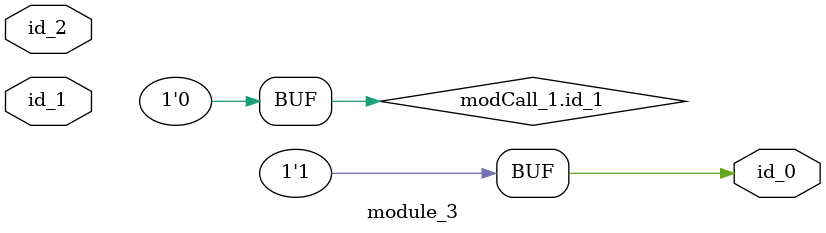
<source format=v>
module module_0 (
    id_1,
    id_2,
    id_3
);
  input wire id_3;
  inout wire id_2;
  input wire id_1;
  wire id_4, id_5;
  module_2 modCall_1 ();
  assign modCall_1.id_1 = 0;
endmodule
module module_1;
  integer id_2;
  localparam id_3 = !id_2;
  module_0 modCall_1 (
      id_3,
      id_2,
      id_2
  );
  assign id_1 = id_2;
endmodule
module module_2;
  assign id_1 = -1;
  initial if (id_1) $display(-1);
endmodule
module module_3 (
    output wand id_0,
    input  wire id_1,
    input  tri  id_2
);
  assign id_0 = -1;
  module_2 modCall_1 ();
  assign modCall_1.id_1 = 0;
endmodule

</source>
